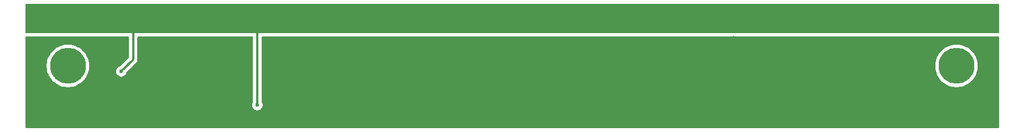
<source format=gbl>
%TF.GenerationSoftware,KiCad,Pcbnew,9.0.1-9.0.1-0~ubuntu24.04.1*%
%TF.CreationDate,2025-04-24T15:40:08+00:00*%
%TF.ProjectId,growbeam,67726f77-6265-4616-9d2e-6b696361645f,rev?*%
%TF.SameCoordinates,Original*%
%TF.FileFunction,Copper,L2,Bot*%
%TF.FilePolarity,Positive*%
%FSLAX46Y46*%
G04 Gerber Fmt 4.6, Leading zero omitted, Abs format (unit mm)*
G04 Created by KiCad (PCBNEW 9.0.1-9.0.1-0~ubuntu24.04.1) date 2025-04-24 15:40:08*
%MOMM*%
%LPD*%
G01*
G04 APERTURE LIST*
%TA.AperFunction,ComponentPad*%
%ADD10C,5.500000*%
%TD*%
%TA.AperFunction,ViaPad*%
%ADD11C,1.000000*%
%TD*%
%TA.AperFunction,ViaPad*%
%ADD12C,1.200000*%
%TD*%
%TA.AperFunction,ViaPad*%
%ADD13C,0.600000*%
%TD*%
%TA.AperFunction,Conductor*%
%ADD14C,0.300000*%
%TD*%
G04 APERTURE END LIST*
D10*
%TO.P,REF\u002A\u002A,1*%
%TO.N,N/C*%
X80000000Y-85000000D03*
%TD*%
%TO.P,REF\u002A\u002A,1*%
%TO.N,N/C*%
X216000000Y-85000000D03*
%TD*%
D11*
%TO.N,GND*%
X100419169Y-88390050D03*
X161818256Y-80991510D03*
X156187950Y-81953354D03*
D12*
X205000000Y-85000000D03*
D13*
X77500000Y-93500000D03*
D11*
X156070652Y-87349064D03*
X90000000Y-88000000D03*
X152645549Y-93167047D03*
X165126061Y-87020629D03*
X160457599Y-87654039D03*
X147531354Y-92486718D03*
X148000000Y-82000000D03*
X169395709Y-92439799D03*
D13*
X218500000Y-90500000D03*
D11*
X123362666Y-87686261D03*
X152622089Y-90914924D03*
D13*
X77500000Y-92500000D03*
D11*
X169208033Y-89741944D03*
X198402444Y-82715791D03*
X164492651Y-93565860D03*
X152000000Y-82000000D03*
X129391785Y-88554267D03*
X181923140Y-80944591D03*
X129415245Y-93457325D03*
D12*
X101000000Y-86000000D03*
D11*
X83504791Y-90548334D03*
X126811228Y-82173253D03*
D13*
X77000000Y-92000000D03*
D11*
X221205184Y-87747877D03*
X107457052Y-82102875D03*
X192949156Y-87325604D03*
X141814446Y-82187542D03*
X181688544Y-88475125D03*
D12*
X131000000Y-86000000D03*
D13*
X218500000Y-91500000D03*
D11*
X114307257Y-88038156D03*
X190532817Y-81296485D03*
X116324784Y-87803559D03*
X206883093Y-88803559D03*
D13*
X218500000Y-93500000D03*
D11*
X85000000Y-81000000D03*
X192561002Y-91865038D03*
X210085329Y-93659698D03*
D13*
X77000000Y-93000000D03*
X219000000Y-91000000D03*
D11*
X205123622Y-93483751D03*
X141184459Y-91653902D03*
X93686261Y-87780100D03*
X202695553Y-88873938D03*
X173031949Y-87395983D03*
X140000000Y-88000000D03*
X192034232Y-85214239D03*
X186849658Y-91102601D03*
X135000000Y-81000000D03*
X113720767Y-82102875D03*
X209100026Y-88557234D03*
X122002009Y-84941487D03*
X183448015Y-88756640D03*
X144000000Y-82000000D03*
D13*
X77000000Y-91000000D03*
D12*
X150000000Y-86000000D03*
D11*
X159553333Y-91829849D03*
X175964400Y-92557097D03*
D13*
X219000000Y-92000000D03*
X219000000Y-93000000D03*
D11*
X95422272Y-83745047D03*
X186145870Y-81531081D03*
X126905067Y-91228662D03*
X171858968Y-83102875D03*
X170826746Y-81507621D03*
X210507602Y-82117571D03*
X165102601Y-83102875D03*
X164093838Y-91266818D03*
D13*
X77500000Y-90500000D03*
D11*
X181407029Y-93495481D03*
X150111911Y-88357827D03*
X177770790Y-83149794D03*
X107363213Y-87944317D03*
X178826472Y-81038429D03*
X119491831Y-82360930D03*
X144000000Y-84000000D03*
X111093291Y-87850479D03*
X194285283Y-82680602D03*
X105674121Y-85269922D03*
X188656048Y-81484162D03*
X144000000Y-86000000D03*
X119562209Y-92213966D03*
X102483615Y-81657142D03*
X220958858Y-82328708D03*
X127655774Y-85246462D03*
D12*
X190000000Y-86000000D03*
D13*
X77500000Y-91500000D03*
D11*
X209240783Y-86305111D03*
X110764856Y-82126334D03*
X199915589Y-93026289D03*
X123573803Y-81352167D03*
X140000000Y-82000000D03*
X110366043Y-92941214D03*
X103234322Y-92237425D03*
X91926791Y-91744774D03*
X115456778Y-85035326D03*
X114377636Y-92542400D03*
X202484416Y-87220036D03*
X179835235Y-88733181D03*
D13*
X219000000Y-94000000D03*
D11*
X202589984Y-82926928D03*
D13*
X77000000Y-94000000D03*
D11*
X98730077Y-81375627D03*
D12*
X182000000Y-86000000D03*
D11*
X119609129Y-89891465D03*
X96829849Y-92612779D03*
D13*
X218500000Y-92500000D03*
D11*
X177020082Y-88568963D03*
X127256961Y-87686261D03*
X211668853Y-90703788D03*
X91410679Y-81352167D03*
X120195619Y-86302145D03*
D13*
%TO.N,+24V*%
X176988227Y-78988227D03*
X77000000Y-79000000D03*
X219000000Y-77000000D03*
X77500000Y-77500000D03*
X218500000Y-78500000D03*
X140340366Y-76666970D03*
X218500000Y-77500000D03*
X77500000Y-79500000D03*
X219000000Y-79000000D03*
X218500000Y-79500000D03*
X77000000Y-78000000D03*
X77500000Y-78500000D03*
X219000000Y-78000000D03*
X88175000Y-85825000D03*
X77000000Y-76000000D03*
X109000000Y-91000000D03*
X77500000Y-76500000D03*
X218500000Y-76500000D03*
X219000000Y-76000000D03*
X77000000Y-77000000D03*
%TD*%
D14*
%TO.N,+24V*%
X109000000Y-91000000D02*
X109000000Y-79000000D01*
X88175000Y-85825000D02*
X90000000Y-84000000D01*
X90000000Y-84000000D02*
X90000000Y-79000000D01*
%TD*%
%TA.AperFunction,Conductor*%
%TO.N,GND*%
G36*
X181983871Y-80451973D02*
G01*
X182089811Y-80473045D01*
X182101618Y-80476003D01*
X182135709Y-80486345D01*
X182135712Y-80486345D01*
X182135720Y-80486348D01*
X182183172Y-80495787D01*
X182281792Y-80505500D01*
X182281794Y-80505500D01*
X222375500Y-80505500D01*
X222442539Y-80525185D01*
X222488294Y-80577989D01*
X222499500Y-80629500D01*
X222499500Y-94375500D01*
X222479815Y-94442539D01*
X222427011Y-94488294D01*
X222375500Y-94499500D01*
X73624500Y-94499500D01*
X73557461Y-94479815D01*
X73511706Y-94427011D01*
X73500500Y-94375500D01*
X73500500Y-84840316D01*
X76749500Y-84840316D01*
X76749500Y-85159683D01*
X76780803Y-85477522D01*
X76843109Y-85790754D01*
X76924325Y-86058489D01*
X76935820Y-86096381D01*
X77034778Y-86335288D01*
X77058040Y-86391446D01*
X77058042Y-86391451D01*
X77208584Y-86673094D01*
X77208601Y-86673122D01*
X77386012Y-86938638D01*
X77386029Y-86938661D01*
X77588638Y-87185540D01*
X77814459Y-87411361D01*
X77814464Y-87411365D01*
X77814465Y-87411366D01*
X78061344Y-87613975D01*
X78061351Y-87613980D01*
X78061361Y-87613987D01*
X78326877Y-87791398D01*
X78326882Y-87791401D01*
X78326894Y-87791409D01*
X78326903Y-87791413D01*
X78326905Y-87791415D01*
X78608548Y-87941957D01*
X78608550Y-87941957D01*
X78608556Y-87941961D01*
X78903619Y-88064180D01*
X79209240Y-88156889D01*
X79522477Y-88219196D01*
X79840313Y-88250500D01*
X79840316Y-88250500D01*
X80159684Y-88250500D01*
X80159687Y-88250500D01*
X80477523Y-88219196D01*
X80790760Y-88156889D01*
X81096381Y-88064180D01*
X81391444Y-87941961D01*
X81673106Y-87791409D01*
X81938656Y-87613975D01*
X82185535Y-87411366D01*
X82411366Y-87185535D01*
X82613975Y-86938656D01*
X82791409Y-86673106D01*
X82941961Y-86391444D01*
X83064180Y-86096381D01*
X83156889Y-85790760D01*
X83219196Y-85477523D01*
X83250500Y-85159687D01*
X83250500Y-84840313D01*
X83219196Y-84522477D01*
X83156889Y-84209240D01*
X83064180Y-83903619D01*
X82941961Y-83608556D01*
X82791409Y-83326894D01*
X82791398Y-83326877D01*
X82613987Y-83061361D01*
X82613980Y-83061351D01*
X82613975Y-83061344D01*
X82411366Y-82814465D01*
X82411365Y-82814464D01*
X82411361Y-82814459D01*
X82185540Y-82588638D01*
X81938661Y-82386029D01*
X81938638Y-82386012D01*
X81673122Y-82208601D01*
X81673094Y-82208584D01*
X81391451Y-82058042D01*
X81391446Y-82058040D01*
X81096382Y-81935820D01*
X80790754Y-81843109D01*
X80477521Y-81780803D01*
X80477522Y-81780803D01*
X80238141Y-81757227D01*
X80159687Y-81749500D01*
X79840313Y-81749500D01*
X79767822Y-81756639D01*
X79522477Y-81780803D01*
X79209245Y-81843109D01*
X78903617Y-81935820D01*
X78608553Y-82058040D01*
X78608548Y-82058042D01*
X78326905Y-82208584D01*
X78326877Y-82208601D01*
X78061361Y-82386012D01*
X78061338Y-82386029D01*
X77814459Y-82588638D01*
X77588638Y-82814459D01*
X77386029Y-83061338D01*
X77386012Y-83061361D01*
X77208601Y-83326877D01*
X77208584Y-83326905D01*
X77058042Y-83608548D01*
X77058040Y-83608553D01*
X76935820Y-83903617D01*
X76843109Y-84209245D01*
X76780803Y-84522477D01*
X76749500Y-84840316D01*
X73500500Y-84840316D01*
X73500500Y-80629500D01*
X73520185Y-80562461D01*
X73572989Y-80516706D01*
X73624500Y-80505500D01*
X84890279Y-80505500D01*
X84890291Y-80505500D01*
X84907783Y-80505070D01*
X84909149Y-80505037D01*
X84912191Y-80505000D01*
X85087809Y-80505000D01*
X85090851Y-80505037D01*
X85092216Y-80505070D01*
X85109709Y-80505500D01*
X89225500Y-80505500D01*
X89292539Y-80525185D01*
X89338294Y-80577989D01*
X89349500Y-80629500D01*
X89349500Y-83679191D01*
X89329815Y-83746230D01*
X89313181Y-83766872D01*
X88072068Y-85007984D01*
X88010745Y-85041469D01*
X88008579Y-85041920D01*
X87941508Y-85055261D01*
X87941498Y-85055264D01*
X87795827Y-85115602D01*
X87795814Y-85115609D01*
X87664711Y-85203210D01*
X87664707Y-85203213D01*
X87553213Y-85314707D01*
X87553210Y-85314711D01*
X87465609Y-85445814D01*
X87465602Y-85445827D01*
X87405264Y-85591498D01*
X87405261Y-85591510D01*
X87374500Y-85746153D01*
X87374500Y-85903846D01*
X87405261Y-86058489D01*
X87405264Y-86058501D01*
X87465602Y-86204172D01*
X87465609Y-86204185D01*
X87553210Y-86335288D01*
X87553213Y-86335292D01*
X87664707Y-86446786D01*
X87664711Y-86446789D01*
X87795814Y-86534390D01*
X87795827Y-86534397D01*
X87941498Y-86594735D01*
X87941503Y-86594737D01*
X88096153Y-86625499D01*
X88096156Y-86625500D01*
X88096158Y-86625500D01*
X88253844Y-86625500D01*
X88253845Y-86625499D01*
X88408497Y-86594737D01*
X88554179Y-86534394D01*
X88685289Y-86446789D01*
X88796789Y-86335289D01*
X88884394Y-86204179D01*
X88944737Y-86058497D01*
X88958079Y-85991416D01*
X88990463Y-85929509D01*
X88991958Y-85927986D01*
X90505277Y-84414669D01*
X90576465Y-84308127D01*
X90625501Y-84189743D01*
X90650500Y-84064069D01*
X90650500Y-83935931D01*
X90650500Y-80629500D01*
X90670185Y-80562461D01*
X90722989Y-80516706D01*
X90774500Y-80505500D01*
X108225500Y-80505500D01*
X108292539Y-80525185D01*
X108338294Y-80577989D01*
X108349500Y-80629500D01*
X108349500Y-90495064D01*
X108329815Y-90562103D01*
X108328603Y-90563954D01*
X108290608Y-90620817D01*
X108290602Y-90620828D01*
X108230264Y-90766498D01*
X108230261Y-90766510D01*
X108199500Y-90921153D01*
X108199500Y-91078846D01*
X108230261Y-91233489D01*
X108230264Y-91233501D01*
X108290602Y-91379172D01*
X108290609Y-91379185D01*
X108378210Y-91510288D01*
X108378213Y-91510292D01*
X108489707Y-91621786D01*
X108489711Y-91621789D01*
X108620814Y-91709390D01*
X108620827Y-91709397D01*
X108766498Y-91769735D01*
X108766503Y-91769737D01*
X108921153Y-91800499D01*
X108921156Y-91800500D01*
X108921158Y-91800500D01*
X109078844Y-91800500D01*
X109078845Y-91800499D01*
X109233497Y-91769737D01*
X109379179Y-91709394D01*
X109510289Y-91621789D01*
X109621789Y-91510289D01*
X109709394Y-91379179D01*
X109769737Y-91233497D01*
X109800500Y-91078842D01*
X109800500Y-90921158D01*
X109800500Y-90921155D01*
X109800499Y-90921153D01*
X109769738Y-90766510D01*
X109769737Y-90766503D01*
X109709394Y-90620821D01*
X109671396Y-90563953D01*
X109650520Y-90497276D01*
X109650500Y-90495064D01*
X109650500Y-84840316D01*
X212749500Y-84840316D01*
X212749500Y-85159683D01*
X212780803Y-85477522D01*
X212843109Y-85790754D01*
X212924325Y-86058489D01*
X212935820Y-86096381D01*
X213034778Y-86335288D01*
X213058040Y-86391446D01*
X213058042Y-86391451D01*
X213208584Y-86673094D01*
X213208601Y-86673122D01*
X213386012Y-86938638D01*
X213386029Y-86938661D01*
X213588638Y-87185540D01*
X213814459Y-87411361D01*
X213814464Y-87411365D01*
X213814465Y-87411366D01*
X214061344Y-87613975D01*
X214061351Y-87613980D01*
X214061361Y-87613987D01*
X214326877Y-87791398D01*
X214326882Y-87791401D01*
X214326894Y-87791409D01*
X214326903Y-87791413D01*
X214326905Y-87791415D01*
X214608548Y-87941957D01*
X214608550Y-87941957D01*
X214608556Y-87941961D01*
X214903619Y-88064180D01*
X215209240Y-88156889D01*
X215522477Y-88219196D01*
X215840313Y-88250500D01*
X215840316Y-88250500D01*
X216159684Y-88250500D01*
X216159687Y-88250500D01*
X216477523Y-88219196D01*
X216790760Y-88156889D01*
X217096381Y-88064180D01*
X217391444Y-87941961D01*
X217673106Y-87791409D01*
X217938656Y-87613975D01*
X218185535Y-87411366D01*
X218411366Y-87185535D01*
X218613975Y-86938656D01*
X218791409Y-86673106D01*
X218941961Y-86391444D01*
X219064180Y-86096381D01*
X219156889Y-85790760D01*
X219219196Y-85477523D01*
X219250500Y-85159687D01*
X219250500Y-84840313D01*
X219219196Y-84522477D01*
X219156889Y-84209240D01*
X219064180Y-83903619D01*
X218941961Y-83608556D01*
X218791409Y-83326894D01*
X218791398Y-83326877D01*
X218613987Y-83061361D01*
X218613980Y-83061351D01*
X218613975Y-83061344D01*
X218411366Y-82814465D01*
X218411365Y-82814464D01*
X218411361Y-82814459D01*
X218185540Y-82588638D01*
X217938661Y-82386029D01*
X217938638Y-82386012D01*
X217673122Y-82208601D01*
X217673094Y-82208584D01*
X217391451Y-82058042D01*
X217391446Y-82058040D01*
X217096382Y-81935820D01*
X216790754Y-81843109D01*
X216477521Y-81780803D01*
X216477522Y-81780803D01*
X216238141Y-81757227D01*
X216159687Y-81749500D01*
X215840313Y-81749500D01*
X215767822Y-81756639D01*
X215522477Y-81780803D01*
X215209245Y-81843109D01*
X214903617Y-81935820D01*
X214608553Y-82058040D01*
X214608548Y-82058042D01*
X214326905Y-82208584D01*
X214326877Y-82208601D01*
X214061361Y-82386012D01*
X214061338Y-82386029D01*
X213814459Y-82588638D01*
X213588638Y-82814459D01*
X213386029Y-83061338D01*
X213386012Y-83061361D01*
X213208601Y-83326877D01*
X213208584Y-83326905D01*
X213058042Y-83608548D01*
X213058040Y-83608553D01*
X212935820Y-83903617D01*
X212843109Y-84209245D01*
X212780803Y-84522477D01*
X212749500Y-84840316D01*
X109650500Y-84840316D01*
X109650500Y-80629500D01*
X109670185Y-80562461D01*
X109722989Y-80516706D01*
X109774500Y-80505500D01*
X134898948Y-80505500D01*
X134901978Y-80505351D01*
X134901980Y-80505398D01*
X134910111Y-80505000D01*
X135089889Y-80505000D01*
X135098019Y-80505398D01*
X135098022Y-80505351D01*
X135101052Y-80505500D01*
X135101055Y-80505500D01*
X161662294Y-80505500D01*
X161662307Y-80505500D01*
X161711861Y-80503065D01*
X161736053Y-80500682D01*
X161753091Y-80498154D01*
X161755131Y-80497852D01*
X161773325Y-80496510D01*
X161863186Y-80496510D01*
X161881379Y-80497852D01*
X161886877Y-80498667D01*
X161900459Y-80500682D01*
X161924651Y-80503065D01*
X161974205Y-80505500D01*
X161974218Y-80505500D01*
X181564483Y-80505500D01*
X181564488Y-80505500D01*
X181663110Y-80495786D01*
X181710561Y-80486347D01*
X181744671Y-80475999D01*
X181756445Y-80473049D01*
X181848962Y-80454647D01*
X181862409Y-80451973D01*
X181886598Y-80449591D01*
X181959681Y-80449591D01*
X181983871Y-80451973D01*
G37*
%TD.AperFunction*%
%TD*%
%TA.AperFunction,Conductor*%
%TO.N,+24V*%
G36*
X222442539Y-75520185D02*
G01*
X222488294Y-75572989D01*
X222499500Y-75624500D01*
X222499500Y-79876000D01*
X222479815Y-79943039D01*
X222427011Y-79988794D01*
X222375500Y-80000000D01*
X182281792Y-80000000D01*
X182234340Y-79990561D01*
X182214975Y-79982540D01*
X182214969Y-79982538D01*
X182021683Y-79944091D01*
X182021681Y-79944091D01*
X181824599Y-79944091D01*
X181824597Y-79944091D01*
X181631310Y-79982538D01*
X181631304Y-79982540D01*
X181618882Y-79987685D01*
X181611939Y-79990561D01*
X181564488Y-80000000D01*
X161974205Y-80000000D01*
X161950013Y-79997617D01*
X161916799Y-79991010D01*
X161916797Y-79991010D01*
X161719715Y-79991010D01*
X161719713Y-79991010D01*
X161686499Y-79997617D01*
X161662307Y-80000000D01*
X135101055Y-80000000D01*
X135098541Y-79999500D01*
X134901459Y-79999500D01*
X134898945Y-80000000D01*
X85109709Y-80000000D01*
X85099531Y-79999500D01*
X85098541Y-79999500D01*
X84901459Y-79999500D01*
X84900469Y-79999500D01*
X84890291Y-80000000D01*
X73624500Y-80000000D01*
X73557461Y-79980315D01*
X73511706Y-79927511D01*
X73500500Y-79876000D01*
X73500500Y-75624500D01*
X73520185Y-75557461D01*
X73572989Y-75511706D01*
X73624500Y-75500500D01*
X222375500Y-75500500D01*
X222442539Y-75520185D01*
G37*
%TD.AperFunction*%
%TD*%
M02*

</source>
